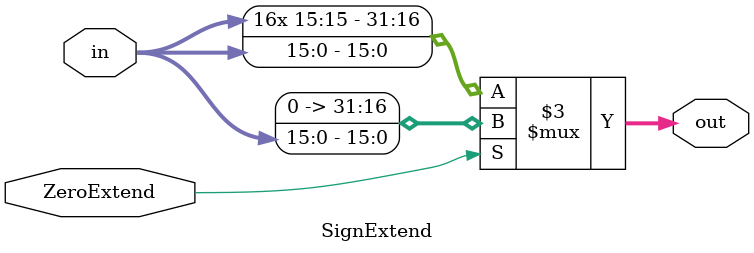
<source format=v>
module SignExtend (
    input [15:0] in,
    input ZeroExtend,  // new control signal
    output reg [31:0] out
);
always @(*) begin
    if (ZeroExtend)
        out = {16'h0000, in};  // zero-extension for ORI
    else
        out = { {16{in[15]}}, in };  // sign-extension for others
end
endmodule
</source>
